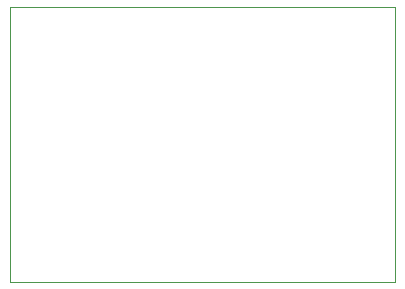
<source format=gbr>
%TF.GenerationSoftware,KiCad,Pcbnew,9.0.5*%
%TF.CreationDate,2025-12-11T06:09:59-03:00*%
%TF.ProjectId,dual IMU_module,6475616c-2049-44d5-955f-6d6f64756c65,rev?*%
%TF.SameCoordinates,Original*%
%TF.FileFunction,Profile,NP*%
%FSLAX46Y46*%
G04 Gerber Fmt 4.6, Leading zero omitted, Abs format (unit mm)*
G04 Created by KiCad (PCBNEW 9.0.5) date 2025-12-11 06:09:59*
%MOMM*%
%LPD*%
G01*
G04 APERTURE LIST*
%TA.AperFunction,Profile*%
%ADD10C,0.050000*%
%TD*%
G04 APERTURE END LIST*
D10*
X123520000Y-69030000D02*
X156150000Y-69030000D01*
X156150000Y-92300000D01*
X123520000Y-92300000D01*
X123520000Y-69030000D01*
M02*

</source>
